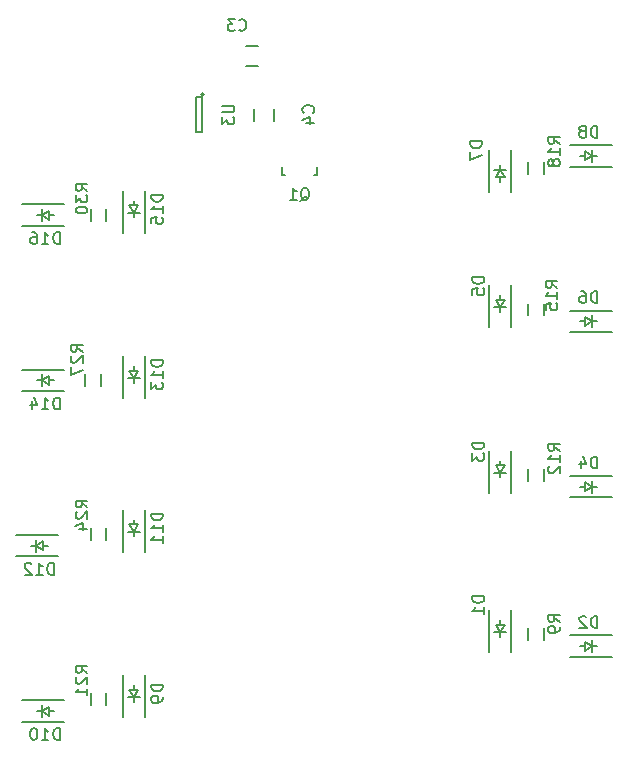
<source format=gbo>
G04 #@! TF.FileFunction,Legend,Bot*
%FSLAX46Y46*%
G04 Gerber Fmt 4.6, Leading zero omitted, Abs format (unit mm)*
G04 Created by KiCad (PCBNEW 4.0.1-stable) date 22-Mar-16 21:49:02*
%MOMM*%
G01*
G04 APERTURE LIST*
%ADD10C,0.100000*%
%ADD11C,0.150000*%
G04 APERTURE END LIST*
D10*
D11*
X130500000Y-74350000D02*
X129500000Y-74350000D01*
X129500000Y-72650000D02*
X130500000Y-72650000D01*
X130150000Y-79000000D02*
X130150000Y-78000000D01*
X131850000Y-78000000D02*
X131850000Y-79000000D01*
X151000000Y-121682500D02*
X151000000Y-121301500D01*
X151000000Y-122698500D02*
X151000000Y-122317500D01*
X151000000Y-122317500D02*
X151381000Y-121682500D01*
X151381000Y-121682500D02*
X150619000Y-121682500D01*
X150619000Y-121682500D02*
X151000000Y-122317500D01*
X151508000Y-122317500D02*
X150492000Y-122317500D01*
X150100000Y-124000000D02*
X150100000Y-120460000D01*
X151900000Y-124000000D02*
X151900000Y-120460000D01*
X158182500Y-123500000D02*
X157801500Y-123500000D01*
X159198500Y-123500000D02*
X158817500Y-123500000D01*
X158817500Y-123500000D02*
X158182500Y-123119000D01*
X158182500Y-123119000D02*
X158182500Y-123881000D01*
X158182500Y-123881000D02*
X158817500Y-123500000D01*
X158817500Y-122992000D02*
X158817500Y-124008000D01*
X160500000Y-124400000D02*
X156960000Y-124400000D01*
X160500000Y-122600000D02*
X156960000Y-122600000D01*
X151000000Y-108182500D02*
X151000000Y-107801500D01*
X151000000Y-109198500D02*
X151000000Y-108817500D01*
X151000000Y-108817500D02*
X151381000Y-108182500D01*
X151381000Y-108182500D02*
X150619000Y-108182500D01*
X150619000Y-108182500D02*
X151000000Y-108817500D01*
X151508000Y-108817500D02*
X150492000Y-108817500D01*
X150100000Y-110500000D02*
X150100000Y-106960000D01*
X151900000Y-110500000D02*
X151900000Y-106960000D01*
X158182500Y-110000000D02*
X157801500Y-110000000D01*
X159198500Y-110000000D02*
X158817500Y-110000000D01*
X158817500Y-110000000D02*
X158182500Y-109619000D01*
X158182500Y-109619000D02*
X158182500Y-110381000D01*
X158182500Y-110381000D02*
X158817500Y-110000000D01*
X158817500Y-109492000D02*
X158817500Y-110508000D01*
X160500000Y-110900000D02*
X156960000Y-110900000D01*
X160500000Y-109100000D02*
X156960000Y-109100000D01*
X151000000Y-94182500D02*
X151000000Y-93801500D01*
X151000000Y-95198500D02*
X151000000Y-94817500D01*
X151000000Y-94817500D02*
X151381000Y-94182500D01*
X151381000Y-94182500D02*
X150619000Y-94182500D01*
X150619000Y-94182500D02*
X151000000Y-94817500D01*
X151508000Y-94817500D02*
X150492000Y-94817500D01*
X150100000Y-96500000D02*
X150100000Y-92960000D01*
X151900000Y-96500000D02*
X151900000Y-92960000D01*
X158182500Y-96000000D02*
X157801500Y-96000000D01*
X159198500Y-96000000D02*
X158817500Y-96000000D01*
X158817500Y-96000000D02*
X158182500Y-95619000D01*
X158182500Y-95619000D02*
X158182500Y-96381000D01*
X158182500Y-96381000D02*
X158817500Y-96000000D01*
X158817500Y-95492000D02*
X158817500Y-96508000D01*
X160500000Y-96900000D02*
X156960000Y-96900000D01*
X160500000Y-95100000D02*
X156960000Y-95100000D01*
X151000000Y-83817500D02*
X151000000Y-84198500D01*
X151000000Y-82801500D02*
X151000000Y-83182500D01*
X151000000Y-83182500D02*
X150619000Y-83817500D01*
X150619000Y-83817500D02*
X151381000Y-83817500D01*
X151381000Y-83817500D02*
X151000000Y-83182500D01*
X150492000Y-83182500D02*
X151508000Y-83182500D01*
X151900000Y-81500000D02*
X151900000Y-85040000D01*
X150100000Y-81500000D02*
X150100000Y-85040000D01*
X158182500Y-82000000D02*
X157801500Y-82000000D01*
X159198500Y-82000000D02*
X158817500Y-82000000D01*
X158817500Y-82000000D02*
X158182500Y-81619000D01*
X158182500Y-81619000D02*
X158182500Y-82381000D01*
X158182500Y-82381000D02*
X158817500Y-82000000D01*
X158817500Y-81492000D02*
X158817500Y-82508000D01*
X160500000Y-82900000D02*
X156960000Y-82900000D01*
X160500000Y-81100000D02*
X156960000Y-81100000D01*
X120000000Y-127182500D02*
X120000000Y-126801500D01*
X120000000Y-128198500D02*
X120000000Y-127817500D01*
X120000000Y-127817500D02*
X120381000Y-127182500D01*
X120381000Y-127182500D02*
X119619000Y-127182500D01*
X119619000Y-127182500D02*
X120000000Y-127817500D01*
X120508000Y-127817500D02*
X119492000Y-127817500D01*
X119100000Y-129500000D02*
X119100000Y-125960000D01*
X120900000Y-129500000D02*
X120900000Y-125960000D01*
X112817500Y-129000000D02*
X113198500Y-129000000D01*
X111801500Y-129000000D02*
X112182500Y-129000000D01*
X112182500Y-129000000D02*
X112817500Y-129381000D01*
X112817500Y-129381000D02*
X112817500Y-128619000D01*
X112817500Y-128619000D02*
X112182500Y-129000000D01*
X112182500Y-129508000D02*
X112182500Y-128492000D01*
X110500000Y-128100000D02*
X114040000Y-128100000D01*
X110500000Y-129900000D02*
X114040000Y-129900000D01*
X120000000Y-113182500D02*
X120000000Y-112801500D01*
X120000000Y-114198500D02*
X120000000Y-113817500D01*
X120000000Y-113817500D02*
X120381000Y-113182500D01*
X120381000Y-113182500D02*
X119619000Y-113182500D01*
X119619000Y-113182500D02*
X120000000Y-113817500D01*
X120508000Y-113817500D02*
X119492000Y-113817500D01*
X119100000Y-115500000D02*
X119100000Y-111960000D01*
X120900000Y-115500000D02*
X120900000Y-111960000D01*
X112317500Y-115000000D02*
X112698500Y-115000000D01*
X111301500Y-115000000D02*
X111682500Y-115000000D01*
X111682500Y-115000000D02*
X112317500Y-115381000D01*
X112317500Y-115381000D02*
X112317500Y-114619000D01*
X112317500Y-114619000D02*
X111682500Y-115000000D01*
X111682500Y-115508000D02*
X111682500Y-114492000D01*
X110000000Y-114100000D02*
X113540000Y-114100000D01*
X110000000Y-115900000D02*
X113540000Y-115900000D01*
X120000000Y-100182500D02*
X120000000Y-99801500D01*
X120000000Y-101198500D02*
X120000000Y-100817500D01*
X120000000Y-100817500D02*
X120381000Y-100182500D01*
X120381000Y-100182500D02*
X119619000Y-100182500D01*
X119619000Y-100182500D02*
X120000000Y-100817500D01*
X120508000Y-100817500D02*
X119492000Y-100817500D01*
X119100000Y-102500000D02*
X119100000Y-98960000D01*
X120900000Y-102500000D02*
X120900000Y-98960000D01*
X112817500Y-101000000D02*
X113198500Y-101000000D01*
X111801500Y-101000000D02*
X112182500Y-101000000D01*
X112182500Y-101000000D02*
X112817500Y-101381000D01*
X112817500Y-101381000D02*
X112817500Y-100619000D01*
X112817500Y-100619000D02*
X112182500Y-101000000D01*
X112182500Y-101508000D02*
X112182500Y-100492000D01*
X110500000Y-100100000D02*
X114040000Y-100100000D01*
X110500000Y-101900000D02*
X114040000Y-101900000D01*
X120000000Y-86182500D02*
X120000000Y-85801500D01*
X120000000Y-87198500D02*
X120000000Y-86817500D01*
X120000000Y-86817500D02*
X120381000Y-86182500D01*
X120381000Y-86182500D02*
X119619000Y-86182500D01*
X119619000Y-86182500D02*
X120000000Y-86817500D01*
X120508000Y-86817500D02*
X119492000Y-86817500D01*
X119100000Y-88500000D02*
X119100000Y-84960000D01*
X120900000Y-88500000D02*
X120900000Y-84960000D01*
X112817500Y-87000000D02*
X113198500Y-87000000D01*
X111801500Y-87000000D02*
X112182500Y-87000000D01*
X112182500Y-87000000D02*
X112817500Y-87381000D01*
X112817500Y-87381000D02*
X112817500Y-86619000D01*
X112817500Y-86619000D02*
X112182500Y-87000000D01*
X112182500Y-87508000D02*
X112182500Y-86492000D01*
X110500000Y-86100000D02*
X114040000Y-86100000D01*
X110500000Y-87900000D02*
X114040000Y-87900000D01*
X153325000Y-122000000D02*
X153325000Y-123000000D01*
X154675000Y-123000000D02*
X154675000Y-122000000D01*
X153325000Y-108500000D02*
X153325000Y-109500000D01*
X154675000Y-109500000D02*
X154675000Y-108500000D01*
X153325000Y-94500000D02*
X153325000Y-95500000D01*
X154675000Y-95500000D02*
X154675000Y-94500000D01*
X154675000Y-83500000D02*
X154675000Y-82500000D01*
X153325000Y-82500000D02*
X153325000Y-83500000D01*
X116325000Y-127500000D02*
X116325000Y-128500000D01*
X117675000Y-128500000D02*
X117675000Y-127500000D01*
X116325000Y-113500000D02*
X116325000Y-114500000D01*
X117675000Y-114500000D02*
X117675000Y-113500000D01*
X115825000Y-100500000D02*
X115825000Y-101500000D01*
X117175000Y-101500000D02*
X117175000Y-100500000D01*
X116325000Y-86500000D02*
X116325000Y-87500000D01*
X117675000Y-87500000D02*
X117675000Y-86500000D01*
X135299160Y-83650240D02*
X135250900Y-83650240D01*
X132500180Y-82949200D02*
X132500180Y-83650240D01*
X132500180Y-83650240D02*
X132749100Y-83650240D01*
X135299160Y-83650240D02*
X135499820Y-83650240D01*
X135499820Y-83650240D02*
X135499820Y-82949200D01*
X125900000Y-76800000D02*
G75*
G03X125900000Y-76800000I-100000J0D01*
G01*
X125250000Y-77050000D02*
X125750000Y-77050000D01*
X125250000Y-79950000D02*
X125250000Y-77050000D01*
X125750000Y-79950000D02*
X125250000Y-79950000D01*
X125750000Y-77050000D02*
X125750000Y-79950000D01*
X128896666Y-71317143D02*
X128944285Y-71364762D01*
X129087142Y-71412381D01*
X129182380Y-71412381D01*
X129325238Y-71364762D01*
X129420476Y-71269524D01*
X129468095Y-71174286D01*
X129515714Y-70983810D01*
X129515714Y-70840952D01*
X129468095Y-70650476D01*
X129420476Y-70555238D01*
X129325238Y-70460000D01*
X129182380Y-70412381D01*
X129087142Y-70412381D01*
X128944285Y-70460000D01*
X128896666Y-70507619D01*
X128563333Y-70412381D02*
X127944285Y-70412381D01*
X128277619Y-70793333D01*
X128134761Y-70793333D01*
X128039523Y-70840952D01*
X127991904Y-70888571D01*
X127944285Y-70983810D01*
X127944285Y-71221905D01*
X127991904Y-71317143D01*
X128039523Y-71364762D01*
X128134761Y-71412381D01*
X128420476Y-71412381D01*
X128515714Y-71364762D01*
X128563333Y-71317143D01*
X135167143Y-78333334D02*
X135214762Y-78285715D01*
X135262381Y-78142858D01*
X135262381Y-78047620D01*
X135214762Y-77904762D01*
X135119524Y-77809524D01*
X135024286Y-77761905D01*
X134833810Y-77714286D01*
X134690952Y-77714286D01*
X134500476Y-77761905D01*
X134405238Y-77809524D01*
X134310000Y-77904762D01*
X134262381Y-78047620D01*
X134262381Y-78142858D01*
X134310000Y-78285715D01*
X134357619Y-78333334D01*
X134595714Y-79190477D02*
X135262381Y-79190477D01*
X134214762Y-78952381D02*
X134929048Y-78714286D01*
X134929048Y-79333334D01*
X149652381Y-119261905D02*
X148652381Y-119261905D01*
X148652381Y-119500000D01*
X148700000Y-119642858D01*
X148795238Y-119738096D01*
X148890476Y-119785715D01*
X149080952Y-119833334D01*
X149223810Y-119833334D01*
X149414286Y-119785715D01*
X149509524Y-119738096D01*
X149604762Y-119642858D01*
X149652381Y-119500000D01*
X149652381Y-119261905D01*
X149652381Y-120785715D02*
X149652381Y-120214286D01*
X149652381Y-120500000D02*
X148652381Y-120500000D01*
X148795238Y-120404762D01*
X148890476Y-120309524D01*
X148938095Y-120214286D01*
X159238095Y-121952381D02*
X159238095Y-120952381D01*
X159000000Y-120952381D01*
X158857142Y-121000000D01*
X158761904Y-121095238D01*
X158714285Y-121190476D01*
X158666666Y-121380952D01*
X158666666Y-121523810D01*
X158714285Y-121714286D01*
X158761904Y-121809524D01*
X158857142Y-121904762D01*
X159000000Y-121952381D01*
X159238095Y-121952381D01*
X158285714Y-121047619D02*
X158238095Y-121000000D01*
X158142857Y-120952381D01*
X157904761Y-120952381D01*
X157809523Y-121000000D01*
X157761904Y-121047619D01*
X157714285Y-121142857D01*
X157714285Y-121238095D01*
X157761904Y-121380952D01*
X158333333Y-121952381D01*
X157714285Y-121952381D01*
X149652381Y-106261905D02*
X148652381Y-106261905D01*
X148652381Y-106500000D01*
X148700000Y-106642858D01*
X148795238Y-106738096D01*
X148890476Y-106785715D01*
X149080952Y-106833334D01*
X149223810Y-106833334D01*
X149414286Y-106785715D01*
X149509524Y-106738096D01*
X149604762Y-106642858D01*
X149652381Y-106500000D01*
X149652381Y-106261905D01*
X148652381Y-107166667D02*
X148652381Y-107785715D01*
X149033333Y-107452381D01*
X149033333Y-107595239D01*
X149080952Y-107690477D01*
X149128571Y-107738096D01*
X149223810Y-107785715D01*
X149461905Y-107785715D01*
X149557143Y-107738096D01*
X149604762Y-107690477D01*
X149652381Y-107595239D01*
X149652381Y-107309524D01*
X149604762Y-107214286D01*
X149557143Y-107166667D01*
X159238095Y-108452381D02*
X159238095Y-107452381D01*
X159000000Y-107452381D01*
X158857142Y-107500000D01*
X158761904Y-107595238D01*
X158714285Y-107690476D01*
X158666666Y-107880952D01*
X158666666Y-108023810D01*
X158714285Y-108214286D01*
X158761904Y-108309524D01*
X158857142Y-108404762D01*
X159000000Y-108452381D01*
X159238095Y-108452381D01*
X157809523Y-107785714D02*
X157809523Y-108452381D01*
X158047619Y-107404762D02*
X158285714Y-108119048D01*
X157666666Y-108119048D01*
X149652381Y-92261905D02*
X148652381Y-92261905D01*
X148652381Y-92500000D01*
X148700000Y-92642858D01*
X148795238Y-92738096D01*
X148890476Y-92785715D01*
X149080952Y-92833334D01*
X149223810Y-92833334D01*
X149414286Y-92785715D01*
X149509524Y-92738096D01*
X149604762Y-92642858D01*
X149652381Y-92500000D01*
X149652381Y-92261905D01*
X148652381Y-93738096D02*
X148652381Y-93261905D01*
X149128571Y-93214286D01*
X149080952Y-93261905D01*
X149033333Y-93357143D01*
X149033333Y-93595239D01*
X149080952Y-93690477D01*
X149128571Y-93738096D01*
X149223810Y-93785715D01*
X149461905Y-93785715D01*
X149557143Y-93738096D01*
X149604762Y-93690477D01*
X149652381Y-93595239D01*
X149652381Y-93357143D01*
X149604762Y-93261905D01*
X149557143Y-93214286D01*
X159238095Y-94452381D02*
X159238095Y-93452381D01*
X159000000Y-93452381D01*
X158857142Y-93500000D01*
X158761904Y-93595238D01*
X158714285Y-93690476D01*
X158666666Y-93880952D01*
X158666666Y-94023810D01*
X158714285Y-94214286D01*
X158761904Y-94309524D01*
X158857142Y-94404762D01*
X159000000Y-94452381D01*
X159238095Y-94452381D01*
X157809523Y-93452381D02*
X158000000Y-93452381D01*
X158095238Y-93500000D01*
X158142857Y-93547619D01*
X158238095Y-93690476D01*
X158285714Y-93880952D01*
X158285714Y-94261905D01*
X158238095Y-94357143D01*
X158190476Y-94404762D01*
X158095238Y-94452381D01*
X157904761Y-94452381D01*
X157809523Y-94404762D01*
X157761904Y-94357143D01*
X157714285Y-94261905D01*
X157714285Y-94023810D01*
X157761904Y-93928571D01*
X157809523Y-93880952D01*
X157904761Y-93833333D01*
X158095238Y-93833333D01*
X158190476Y-93880952D01*
X158238095Y-93928571D01*
X158285714Y-94023810D01*
X149452381Y-80761905D02*
X148452381Y-80761905D01*
X148452381Y-81000000D01*
X148500000Y-81142858D01*
X148595238Y-81238096D01*
X148690476Y-81285715D01*
X148880952Y-81333334D01*
X149023810Y-81333334D01*
X149214286Y-81285715D01*
X149309524Y-81238096D01*
X149404762Y-81142858D01*
X149452381Y-81000000D01*
X149452381Y-80761905D01*
X148452381Y-81666667D02*
X148452381Y-82333334D01*
X149452381Y-81904762D01*
X159238095Y-80452381D02*
X159238095Y-79452381D01*
X159000000Y-79452381D01*
X158857142Y-79500000D01*
X158761904Y-79595238D01*
X158714285Y-79690476D01*
X158666666Y-79880952D01*
X158666666Y-80023810D01*
X158714285Y-80214286D01*
X158761904Y-80309524D01*
X158857142Y-80404762D01*
X159000000Y-80452381D01*
X159238095Y-80452381D01*
X158095238Y-79880952D02*
X158190476Y-79833333D01*
X158238095Y-79785714D01*
X158285714Y-79690476D01*
X158285714Y-79642857D01*
X158238095Y-79547619D01*
X158190476Y-79500000D01*
X158095238Y-79452381D01*
X157904761Y-79452381D01*
X157809523Y-79500000D01*
X157761904Y-79547619D01*
X157714285Y-79642857D01*
X157714285Y-79690476D01*
X157761904Y-79785714D01*
X157809523Y-79833333D01*
X157904761Y-79880952D01*
X158095238Y-79880952D01*
X158190476Y-79928571D01*
X158238095Y-79976190D01*
X158285714Y-80071429D01*
X158285714Y-80261905D01*
X158238095Y-80357143D01*
X158190476Y-80404762D01*
X158095238Y-80452381D01*
X157904761Y-80452381D01*
X157809523Y-80404762D01*
X157761904Y-80357143D01*
X157714285Y-80261905D01*
X157714285Y-80071429D01*
X157761904Y-79976190D01*
X157809523Y-79928571D01*
X157904761Y-79880952D01*
X122452381Y-126761905D02*
X121452381Y-126761905D01*
X121452381Y-127000000D01*
X121500000Y-127142858D01*
X121595238Y-127238096D01*
X121690476Y-127285715D01*
X121880952Y-127333334D01*
X122023810Y-127333334D01*
X122214286Y-127285715D01*
X122309524Y-127238096D01*
X122404762Y-127142858D01*
X122452381Y-127000000D01*
X122452381Y-126761905D01*
X122452381Y-127809524D02*
X122452381Y-128000000D01*
X122404762Y-128095239D01*
X122357143Y-128142858D01*
X122214286Y-128238096D01*
X122023810Y-128285715D01*
X121642857Y-128285715D01*
X121547619Y-128238096D01*
X121500000Y-128190477D01*
X121452381Y-128095239D01*
X121452381Y-127904762D01*
X121500000Y-127809524D01*
X121547619Y-127761905D01*
X121642857Y-127714286D01*
X121880952Y-127714286D01*
X121976190Y-127761905D01*
X122023810Y-127809524D01*
X122071429Y-127904762D01*
X122071429Y-128095239D01*
X122023810Y-128190477D01*
X121976190Y-128238096D01*
X121880952Y-128285715D01*
X113714286Y-131452381D02*
X113714286Y-130452381D01*
X113476191Y-130452381D01*
X113333333Y-130500000D01*
X113238095Y-130595238D01*
X113190476Y-130690476D01*
X113142857Y-130880952D01*
X113142857Y-131023810D01*
X113190476Y-131214286D01*
X113238095Y-131309524D01*
X113333333Y-131404762D01*
X113476191Y-131452381D01*
X113714286Y-131452381D01*
X112190476Y-131452381D02*
X112761905Y-131452381D01*
X112476191Y-131452381D02*
X112476191Y-130452381D01*
X112571429Y-130595238D01*
X112666667Y-130690476D01*
X112761905Y-130738095D01*
X111571429Y-130452381D02*
X111476190Y-130452381D01*
X111380952Y-130500000D01*
X111333333Y-130547619D01*
X111285714Y-130642857D01*
X111238095Y-130833333D01*
X111238095Y-131071429D01*
X111285714Y-131261905D01*
X111333333Y-131357143D01*
X111380952Y-131404762D01*
X111476190Y-131452381D01*
X111571429Y-131452381D01*
X111666667Y-131404762D01*
X111714286Y-131357143D01*
X111761905Y-131261905D01*
X111809524Y-131071429D01*
X111809524Y-130833333D01*
X111761905Y-130642857D01*
X111714286Y-130547619D01*
X111666667Y-130500000D01*
X111571429Y-130452381D01*
X122452381Y-112285714D02*
X121452381Y-112285714D01*
X121452381Y-112523809D01*
X121500000Y-112666667D01*
X121595238Y-112761905D01*
X121690476Y-112809524D01*
X121880952Y-112857143D01*
X122023810Y-112857143D01*
X122214286Y-112809524D01*
X122309524Y-112761905D01*
X122404762Y-112666667D01*
X122452381Y-112523809D01*
X122452381Y-112285714D01*
X122452381Y-113809524D02*
X122452381Y-113238095D01*
X122452381Y-113523809D02*
X121452381Y-113523809D01*
X121595238Y-113428571D01*
X121690476Y-113333333D01*
X121738095Y-113238095D01*
X122452381Y-114761905D02*
X122452381Y-114190476D01*
X122452381Y-114476190D02*
X121452381Y-114476190D01*
X121595238Y-114380952D01*
X121690476Y-114285714D01*
X121738095Y-114190476D01*
X113214286Y-117452381D02*
X113214286Y-116452381D01*
X112976191Y-116452381D01*
X112833333Y-116500000D01*
X112738095Y-116595238D01*
X112690476Y-116690476D01*
X112642857Y-116880952D01*
X112642857Y-117023810D01*
X112690476Y-117214286D01*
X112738095Y-117309524D01*
X112833333Y-117404762D01*
X112976191Y-117452381D01*
X113214286Y-117452381D01*
X111690476Y-117452381D02*
X112261905Y-117452381D01*
X111976191Y-117452381D02*
X111976191Y-116452381D01*
X112071429Y-116595238D01*
X112166667Y-116690476D01*
X112261905Y-116738095D01*
X111309524Y-116547619D02*
X111261905Y-116500000D01*
X111166667Y-116452381D01*
X110928571Y-116452381D01*
X110833333Y-116500000D01*
X110785714Y-116547619D01*
X110738095Y-116642857D01*
X110738095Y-116738095D01*
X110785714Y-116880952D01*
X111357143Y-117452381D01*
X110738095Y-117452381D01*
X122452381Y-99285714D02*
X121452381Y-99285714D01*
X121452381Y-99523809D01*
X121500000Y-99666667D01*
X121595238Y-99761905D01*
X121690476Y-99809524D01*
X121880952Y-99857143D01*
X122023810Y-99857143D01*
X122214286Y-99809524D01*
X122309524Y-99761905D01*
X122404762Y-99666667D01*
X122452381Y-99523809D01*
X122452381Y-99285714D01*
X122452381Y-100809524D02*
X122452381Y-100238095D01*
X122452381Y-100523809D02*
X121452381Y-100523809D01*
X121595238Y-100428571D01*
X121690476Y-100333333D01*
X121738095Y-100238095D01*
X121452381Y-101142857D02*
X121452381Y-101761905D01*
X121833333Y-101428571D01*
X121833333Y-101571429D01*
X121880952Y-101666667D01*
X121928571Y-101714286D01*
X122023810Y-101761905D01*
X122261905Y-101761905D01*
X122357143Y-101714286D01*
X122404762Y-101666667D01*
X122452381Y-101571429D01*
X122452381Y-101285714D01*
X122404762Y-101190476D01*
X122357143Y-101142857D01*
X113714286Y-103452381D02*
X113714286Y-102452381D01*
X113476191Y-102452381D01*
X113333333Y-102500000D01*
X113238095Y-102595238D01*
X113190476Y-102690476D01*
X113142857Y-102880952D01*
X113142857Y-103023810D01*
X113190476Y-103214286D01*
X113238095Y-103309524D01*
X113333333Y-103404762D01*
X113476191Y-103452381D01*
X113714286Y-103452381D01*
X112190476Y-103452381D02*
X112761905Y-103452381D01*
X112476191Y-103452381D02*
X112476191Y-102452381D01*
X112571429Y-102595238D01*
X112666667Y-102690476D01*
X112761905Y-102738095D01*
X111333333Y-102785714D02*
X111333333Y-103452381D01*
X111571429Y-102404762D02*
X111809524Y-103119048D01*
X111190476Y-103119048D01*
X122452381Y-85285714D02*
X121452381Y-85285714D01*
X121452381Y-85523809D01*
X121500000Y-85666667D01*
X121595238Y-85761905D01*
X121690476Y-85809524D01*
X121880952Y-85857143D01*
X122023810Y-85857143D01*
X122214286Y-85809524D01*
X122309524Y-85761905D01*
X122404762Y-85666667D01*
X122452381Y-85523809D01*
X122452381Y-85285714D01*
X122452381Y-86809524D02*
X122452381Y-86238095D01*
X122452381Y-86523809D02*
X121452381Y-86523809D01*
X121595238Y-86428571D01*
X121690476Y-86333333D01*
X121738095Y-86238095D01*
X121452381Y-87714286D02*
X121452381Y-87238095D01*
X121928571Y-87190476D01*
X121880952Y-87238095D01*
X121833333Y-87333333D01*
X121833333Y-87571429D01*
X121880952Y-87666667D01*
X121928571Y-87714286D01*
X122023810Y-87761905D01*
X122261905Y-87761905D01*
X122357143Y-87714286D01*
X122404762Y-87666667D01*
X122452381Y-87571429D01*
X122452381Y-87333333D01*
X122404762Y-87238095D01*
X122357143Y-87190476D01*
X113714286Y-89452381D02*
X113714286Y-88452381D01*
X113476191Y-88452381D01*
X113333333Y-88500000D01*
X113238095Y-88595238D01*
X113190476Y-88690476D01*
X113142857Y-88880952D01*
X113142857Y-89023810D01*
X113190476Y-89214286D01*
X113238095Y-89309524D01*
X113333333Y-89404762D01*
X113476191Y-89452381D01*
X113714286Y-89452381D01*
X112190476Y-89452381D02*
X112761905Y-89452381D01*
X112476191Y-89452381D02*
X112476191Y-88452381D01*
X112571429Y-88595238D01*
X112666667Y-88690476D01*
X112761905Y-88738095D01*
X111333333Y-88452381D02*
X111523810Y-88452381D01*
X111619048Y-88500000D01*
X111666667Y-88547619D01*
X111761905Y-88690476D01*
X111809524Y-88880952D01*
X111809524Y-89261905D01*
X111761905Y-89357143D01*
X111714286Y-89404762D01*
X111619048Y-89452381D01*
X111428571Y-89452381D01*
X111333333Y-89404762D01*
X111285714Y-89357143D01*
X111238095Y-89261905D01*
X111238095Y-89023810D01*
X111285714Y-88928571D01*
X111333333Y-88880952D01*
X111428571Y-88833333D01*
X111619048Y-88833333D01*
X111714286Y-88880952D01*
X111761905Y-88928571D01*
X111809524Y-89023810D01*
X156052381Y-121433334D02*
X155576190Y-121100000D01*
X156052381Y-120861905D02*
X155052381Y-120861905D01*
X155052381Y-121242858D01*
X155100000Y-121338096D01*
X155147619Y-121385715D01*
X155242857Y-121433334D01*
X155385714Y-121433334D01*
X155480952Y-121385715D01*
X155528571Y-121338096D01*
X155576190Y-121242858D01*
X155576190Y-120861905D01*
X156052381Y-121909524D02*
X156052381Y-122100000D01*
X156004762Y-122195239D01*
X155957143Y-122242858D01*
X155814286Y-122338096D01*
X155623810Y-122385715D01*
X155242857Y-122385715D01*
X155147619Y-122338096D01*
X155100000Y-122290477D01*
X155052381Y-122195239D01*
X155052381Y-122004762D01*
X155100000Y-121909524D01*
X155147619Y-121861905D01*
X155242857Y-121814286D01*
X155480952Y-121814286D01*
X155576190Y-121861905D01*
X155623810Y-121909524D01*
X155671429Y-122004762D01*
X155671429Y-122195239D01*
X155623810Y-122290477D01*
X155576190Y-122338096D01*
X155480952Y-122385715D01*
X156052381Y-106957143D02*
X155576190Y-106623809D01*
X156052381Y-106385714D02*
X155052381Y-106385714D01*
X155052381Y-106766667D01*
X155100000Y-106861905D01*
X155147619Y-106909524D01*
X155242857Y-106957143D01*
X155385714Y-106957143D01*
X155480952Y-106909524D01*
X155528571Y-106861905D01*
X155576190Y-106766667D01*
X155576190Y-106385714D01*
X156052381Y-107909524D02*
X156052381Y-107338095D01*
X156052381Y-107623809D02*
X155052381Y-107623809D01*
X155195238Y-107528571D01*
X155290476Y-107433333D01*
X155338095Y-107338095D01*
X155147619Y-108290476D02*
X155100000Y-108338095D01*
X155052381Y-108433333D01*
X155052381Y-108671429D01*
X155100000Y-108766667D01*
X155147619Y-108814286D01*
X155242857Y-108861905D01*
X155338095Y-108861905D01*
X155480952Y-108814286D01*
X156052381Y-108242857D01*
X156052381Y-108861905D01*
X155852381Y-93157143D02*
X155376190Y-92823809D01*
X155852381Y-92585714D02*
X154852381Y-92585714D01*
X154852381Y-92966667D01*
X154900000Y-93061905D01*
X154947619Y-93109524D01*
X155042857Y-93157143D01*
X155185714Y-93157143D01*
X155280952Y-93109524D01*
X155328571Y-93061905D01*
X155376190Y-92966667D01*
X155376190Y-92585714D01*
X155852381Y-94109524D02*
X155852381Y-93538095D01*
X155852381Y-93823809D02*
X154852381Y-93823809D01*
X154995238Y-93728571D01*
X155090476Y-93633333D01*
X155138095Y-93538095D01*
X154852381Y-95014286D02*
X154852381Y-94538095D01*
X155328571Y-94490476D01*
X155280952Y-94538095D01*
X155233333Y-94633333D01*
X155233333Y-94871429D01*
X155280952Y-94966667D01*
X155328571Y-95014286D01*
X155423810Y-95061905D01*
X155661905Y-95061905D01*
X155757143Y-95014286D01*
X155804762Y-94966667D01*
X155852381Y-94871429D01*
X155852381Y-94633333D01*
X155804762Y-94538095D01*
X155757143Y-94490476D01*
X156052381Y-80957143D02*
X155576190Y-80623809D01*
X156052381Y-80385714D02*
X155052381Y-80385714D01*
X155052381Y-80766667D01*
X155100000Y-80861905D01*
X155147619Y-80909524D01*
X155242857Y-80957143D01*
X155385714Y-80957143D01*
X155480952Y-80909524D01*
X155528571Y-80861905D01*
X155576190Y-80766667D01*
X155576190Y-80385714D01*
X156052381Y-81909524D02*
X156052381Y-81338095D01*
X156052381Y-81623809D02*
X155052381Y-81623809D01*
X155195238Y-81528571D01*
X155290476Y-81433333D01*
X155338095Y-81338095D01*
X155480952Y-82480952D02*
X155433333Y-82385714D01*
X155385714Y-82338095D01*
X155290476Y-82290476D01*
X155242857Y-82290476D01*
X155147619Y-82338095D01*
X155100000Y-82385714D01*
X155052381Y-82480952D01*
X155052381Y-82671429D01*
X155100000Y-82766667D01*
X155147619Y-82814286D01*
X155242857Y-82861905D01*
X155290476Y-82861905D01*
X155385714Y-82814286D01*
X155433333Y-82766667D01*
X155480952Y-82671429D01*
X155480952Y-82480952D01*
X155528571Y-82385714D01*
X155576190Y-82338095D01*
X155671429Y-82290476D01*
X155861905Y-82290476D01*
X155957143Y-82338095D01*
X156004762Y-82385714D01*
X156052381Y-82480952D01*
X156052381Y-82671429D01*
X156004762Y-82766667D01*
X155957143Y-82814286D01*
X155861905Y-82861905D01*
X155671429Y-82861905D01*
X155576190Y-82814286D01*
X155528571Y-82766667D01*
X155480952Y-82671429D01*
X116052381Y-125757143D02*
X115576190Y-125423809D01*
X116052381Y-125185714D02*
X115052381Y-125185714D01*
X115052381Y-125566667D01*
X115100000Y-125661905D01*
X115147619Y-125709524D01*
X115242857Y-125757143D01*
X115385714Y-125757143D01*
X115480952Y-125709524D01*
X115528571Y-125661905D01*
X115576190Y-125566667D01*
X115576190Y-125185714D01*
X115147619Y-126138095D02*
X115100000Y-126185714D01*
X115052381Y-126280952D01*
X115052381Y-126519048D01*
X115100000Y-126614286D01*
X115147619Y-126661905D01*
X115242857Y-126709524D01*
X115338095Y-126709524D01*
X115480952Y-126661905D01*
X116052381Y-126090476D01*
X116052381Y-126709524D01*
X116052381Y-127661905D02*
X116052381Y-127090476D01*
X116052381Y-127376190D02*
X115052381Y-127376190D01*
X115195238Y-127280952D01*
X115290476Y-127185714D01*
X115338095Y-127090476D01*
X116052381Y-111757143D02*
X115576190Y-111423809D01*
X116052381Y-111185714D02*
X115052381Y-111185714D01*
X115052381Y-111566667D01*
X115100000Y-111661905D01*
X115147619Y-111709524D01*
X115242857Y-111757143D01*
X115385714Y-111757143D01*
X115480952Y-111709524D01*
X115528571Y-111661905D01*
X115576190Y-111566667D01*
X115576190Y-111185714D01*
X115147619Y-112138095D02*
X115100000Y-112185714D01*
X115052381Y-112280952D01*
X115052381Y-112519048D01*
X115100000Y-112614286D01*
X115147619Y-112661905D01*
X115242857Y-112709524D01*
X115338095Y-112709524D01*
X115480952Y-112661905D01*
X116052381Y-112090476D01*
X116052381Y-112709524D01*
X115385714Y-113566667D02*
X116052381Y-113566667D01*
X115004762Y-113328571D02*
X115719048Y-113090476D01*
X115719048Y-113709524D01*
X115652381Y-98557143D02*
X115176190Y-98223809D01*
X115652381Y-97985714D02*
X114652381Y-97985714D01*
X114652381Y-98366667D01*
X114700000Y-98461905D01*
X114747619Y-98509524D01*
X114842857Y-98557143D01*
X114985714Y-98557143D01*
X115080952Y-98509524D01*
X115128571Y-98461905D01*
X115176190Y-98366667D01*
X115176190Y-97985714D01*
X114747619Y-98938095D02*
X114700000Y-98985714D01*
X114652381Y-99080952D01*
X114652381Y-99319048D01*
X114700000Y-99414286D01*
X114747619Y-99461905D01*
X114842857Y-99509524D01*
X114938095Y-99509524D01*
X115080952Y-99461905D01*
X115652381Y-98890476D01*
X115652381Y-99509524D01*
X114652381Y-99842857D02*
X114652381Y-100509524D01*
X115652381Y-100080952D01*
X116052381Y-84957143D02*
X115576190Y-84623809D01*
X116052381Y-84385714D02*
X115052381Y-84385714D01*
X115052381Y-84766667D01*
X115100000Y-84861905D01*
X115147619Y-84909524D01*
X115242857Y-84957143D01*
X115385714Y-84957143D01*
X115480952Y-84909524D01*
X115528571Y-84861905D01*
X115576190Y-84766667D01*
X115576190Y-84385714D01*
X115052381Y-85290476D02*
X115052381Y-85909524D01*
X115433333Y-85576190D01*
X115433333Y-85719048D01*
X115480952Y-85814286D01*
X115528571Y-85861905D01*
X115623810Y-85909524D01*
X115861905Y-85909524D01*
X115957143Y-85861905D01*
X116004762Y-85814286D01*
X116052381Y-85719048D01*
X116052381Y-85433333D01*
X116004762Y-85338095D01*
X115957143Y-85290476D01*
X115052381Y-86528571D02*
X115052381Y-86623810D01*
X115100000Y-86719048D01*
X115147619Y-86766667D01*
X115242857Y-86814286D01*
X115433333Y-86861905D01*
X115671429Y-86861905D01*
X115861905Y-86814286D01*
X115957143Y-86766667D01*
X116004762Y-86719048D01*
X116052381Y-86623810D01*
X116052381Y-86528571D01*
X116004762Y-86433333D01*
X115957143Y-86385714D01*
X115861905Y-86338095D01*
X115671429Y-86290476D01*
X115433333Y-86290476D01*
X115242857Y-86338095D01*
X115147619Y-86385714D01*
X115100000Y-86433333D01*
X115052381Y-86528571D01*
X134095238Y-85797619D02*
X134190476Y-85750000D01*
X134285714Y-85654762D01*
X134428571Y-85511905D01*
X134523810Y-85464286D01*
X134619048Y-85464286D01*
X134571429Y-85702381D02*
X134666667Y-85654762D01*
X134761905Y-85559524D01*
X134809524Y-85369048D01*
X134809524Y-85035714D01*
X134761905Y-84845238D01*
X134666667Y-84750000D01*
X134571429Y-84702381D01*
X134380952Y-84702381D01*
X134285714Y-84750000D01*
X134190476Y-84845238D01*
X134142857Y-85035714D01*
X134142857Y-85369048D01*
X134190476Y-85559524D01*
X134285714Y-85654762D01*
X134380952Y-85702381D01*
X134571429Y-85702381D01*
X133190476Y-85702381D02*
X133761905Y-85702381D01*
X133476191Y-85702381D02*
X133476191Y-84702381D01*
X133571429Y-84845238D01*
X133666667Y-84940476D01*
X133761905Y-84988095D01*
X127492381Y-77738095D02*
X128301905Y-77738095D01*
X128397143Y-77785714D01*
X128444762Y-77833333D01*
X128492381Y-77928571D01*
X128492381Y-78119048D01*
X128444762Y-78214286D01*
X128397143Y-78261905D01*
X128301905Y-78309524D01*
X127492381Y-78309524D01*
X127492381Y-78690476D02*
X127492381Y-79309524D01*
X127873333Y-78976190D01*
X127873333Y-79119048D01*
X127920952Y-79214286D01*
X127968571Y-79261905D01*
X128063810Y-79309524D01*
X128301905Y-79309524D01*
X128397143Y-79261905D01*
X128444762Y-79214286D01*
X128492381Y-79119048D01*
X128492381Y-78833333D01*
X128444762Y-78738095D01*
X128397143Y-78690476D01*
M02*

</source>
